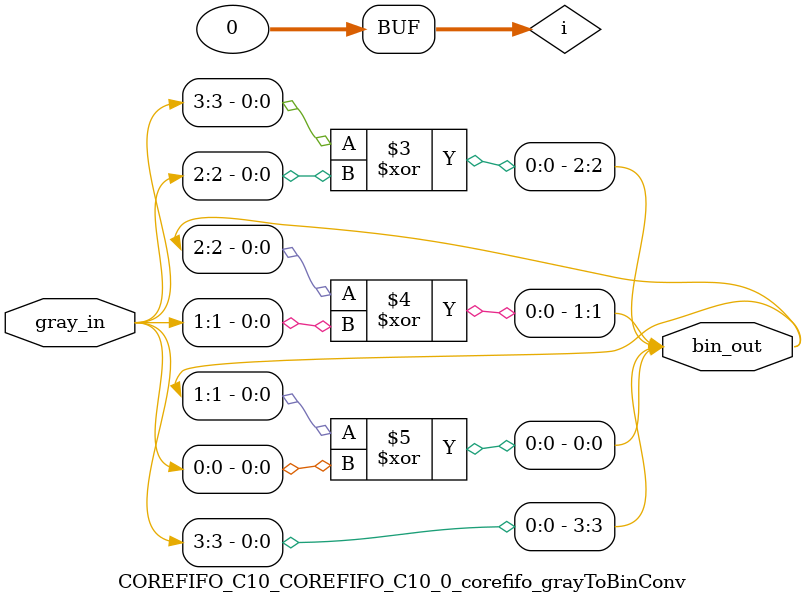
<source format=v>

`timescale 1ns / 100ps

module COREFIFO_C10_COREFIFO_C10_0_corefifo_grayToBinConv(
                                         gray_in,
                                         bin_out
                                        );

   // --------------------------------------------------------------------------
   // Parameter Declaration
   // --------------------------------------------------------------------------
   parameter ADDRWIDTH  = 3;
  // parameter SYNC_RESET = 0;   

   // --------------------------------------------------------------------------
   // I/O Declaration
   // --------------------------------------------------------------------------

   //--------
   // Inputs
   //--------
   input [ADDRWIDTH:0]    gray_in;

   //---------
   // Outputs
   //---------
   output [ADDRWIDTH:0] bin_out;

   // --------------------------------------------------------------------------
   // Internal signals
   // --------------------------------------------------------------------------
   reg [ADDRWIDTH:0]      bin_out;   
   integer                i;
   

   // --------------------------------------------------------------------------
   //                               Start - of - Code
   // --------------------------------------------------------------------------


   // --------------------------------------------------------------------------
   // Logic to Convert the Gray code to Binary
   // --------------------------------------------------------------------------
   always @(*) begin

      bin_out[ADDRWIDTH]  = gray_in[ADDRWIDTH];      

      for(i=ADDRWIDTH;i>0;i = i-1) begin
         bin_out[i-1]     = (bin_out[i] ^ gray_in[i-1]);
      end

   end

endmodule // corefifo_grayToBinConv

// --------------------------------------------------------------------------
//                             End - of - Code
// --------------------------------------------------------------------------

</source>
